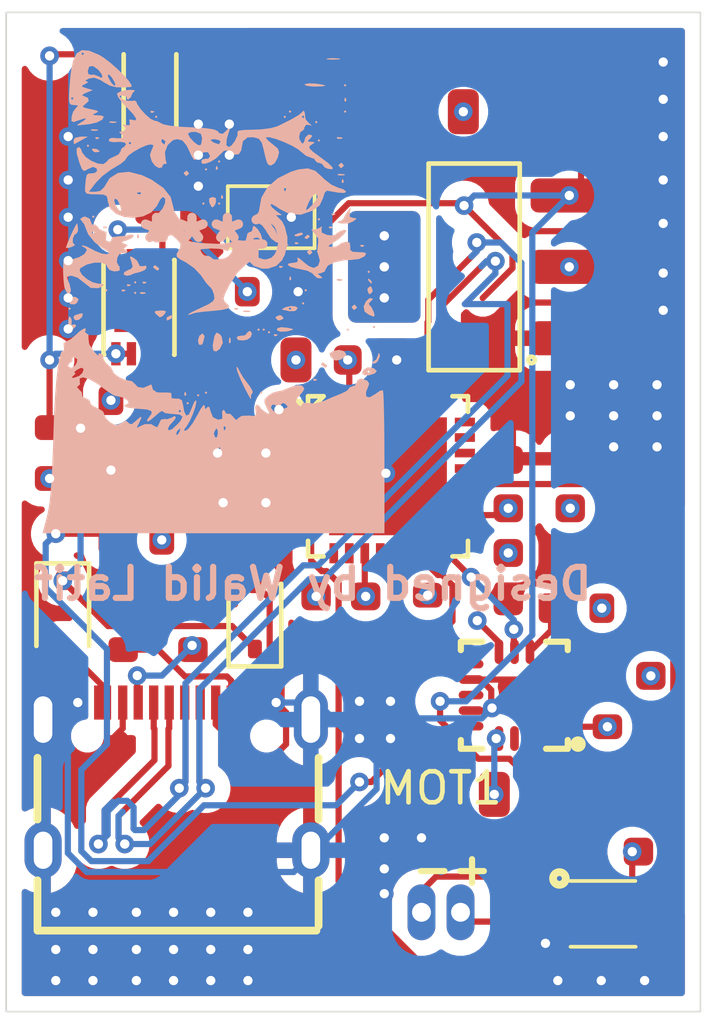
<source format=kicad_pcb>
(kicad_pcb (version 20241229) (generator "pcbnew") (generator_version "9.0")
  (layers (0 "F.Cu" signal) (4 "In1.Cu" power) (6 "In2.Cu" power) (2 "B.Cu" signal) (13 "F.Paste" user) (15 "B.Paste" user) (5 "F.SilkS" user "F.Silkscreen") (7 "B.SilkS" user "B.Silkscreen") (1 "F.Mask" user) (3 "B.Mask" user) (25 "Edge.Cuts" user))
  (net 0 "")
  (net 1 "GND")
  (net 2 "/3.7V LiPo")
  (net 3 "+3.3V")
  (net 4 "+5V")
  (net 5 "/VCC")
  (net 6 "Net-(D1-Pad2)")
  (net 7 "Net-(D2-Pad2)")
  (net 8 "Net-(D3-Pad1)")
  (net 9 "Net-(MOT1-+)")
  (net 10 "Net-(MOT1--)")
  (net 11 "Net-(USB1-CC1)")
  (net 12 "Net-(USB1-CC2)")
  (net 13 "Net-(U3-GPIO2)")
  (net 14 "Net-(U3-GPIO8)")
  (net 15 "Net-(U4-PROG)")
  (net 16 "Net-(U4-STAT)")
  (net 17 "Net-(U3-GPIO9)")
  (net 18 "/SCL")
  (net 19 "/SDA")
  (net 20 "/SDO")
  (net 32 "/D-")
  (net 36 "/IN2")
  (net 39 "/IN1")
  (net 45 "/D+")
  (footprint "easyeda2kicad:USB-C-SMD_TYPE-C-6PIN-2MD-073" (layer "F.Cu") (at 183.71 99.22)
    (property "Reference" "USB1" (hide yes))
    (property "Value" "TYPE-C 16PIN 2MD(073)" (hide yes))
  )
  (footprint "PCM_JLCPCB:R_0603" (layer "F.Cu") (at 182.4 87.1)
    (property "Reference" "R4" (hide yes))
    (property "Value" "33kΩ" (hide yes))
  )
  (footprint "easyeda2kicad:QFN-32_L5.0-W5.0-P0.50-TL-EP3.7" (layer "F.Cu") (at 190.52 89.55)
    (property "Reference" "U3" (hide yes))
    (property "Value" "ESP32-C3" (hide yes))
  )
  (footprint "PCM_JLCPCB:R_0603" (layer "F.Cu") (at 179.6 88.8 -90)
    (property "Reference" "R3" (hide yes))
    (property "Value" "18kΩ" (hide yes))
  )
  (footprint "PCM_JLCPCB:C_0603" (layer "F.Cu") (at 196.4 89.8 90)
    (property "Reference" "C4" (hide yes))
    (property "Value" "1uF" (hide yes))
  )
  (footprint "PCM_JLCPCB:C_0603" (layer "F.Cu") (at 194.4 92.8 -90)
    (property "Reference" "C10" (hide yes))
    (property "Value" "1uF" (hide yes))
  )
  (footprint "PCM_JLCPCB:SOT-223-3_L6.5-W3.4-P2.30-LS7.0-BR" (layer "F.Cu") (at 193.4 82.8)
    (property "Reference" "U1" (hide yes))
    (property "Value" "AMS1117" (hide yes))
  )
  (footprint "PCM_JLCPCB:R_0603" (layer "F.Cu") (at 182.4 89.35)
    (property "Reference" "R7" (hide yes))
    (property "Value" "10k" (hide yes))
  )
  (footprint "PCM_JLCPCB:C_0603" (layer "F.Cu") (at 185.8 90.4 180)
    (property "Reference" "C5" (hide yes))
    (property "Value" "1uF" (hide yes))
  )
  (footprint "PCM_JLCPCB:R_0603" (layer "F.Cu") (at 197.6 96.8 90)
    (property "Reference" "R_SCL1" (hide yes))
    (property "Value" "10k" (hide yes))
  )
  (footprint "PCM_JLCPCB:C_0805" (layer "F.Cu") (at 188 78.7)
    (property "Reference" "C15" (hide yes))
    (property "Value" "4.7uF" (hide yes))
  )
  (footprint "easyeda2kicad:LGA-16_L3.0-W3.0-P0.50-TL" (layer "F.Cu") (at 194.6 96.6 180)
    (property "Reference" "U2" (hide yes))
    (property "Value" "LIS3DHTR_C15134" (hide yes))
  )
  (footprint "PCM_JLCPCB:C_0805" (layer "F.Cu") (at 186.04 76.2)
    (property "Reference" "C14" (hide yes))
    (property "Value" "4.7uF" (hide yes))
  )
  (footprint "PCM_JLCPCB:R_0603" (layer "F.Cu") (at 181.975 94.315 -90)
    (property "Reference" "R2" (hide yes))
    (property "Value" "5.1k" (hide yes))
  )
  (footprint "PCM_JLCPCB:D_SOD-323" (layer "F.Cu") (at 186.225 94.065 90)
    (property "Reference" "D2" (hide yes))
    (property "Value" "1N5819WS" (hide yes))
  )
  (footprint "PCM_JLCPCB:C_0603" (layer "F.Cu") (at 185.8 88.8 180)
    (property "Reference" "C3" (hide yes))
    (property "Value" "100nF" (hide yes))
  )
  (footprint "PCM_JLCPCB:R_0603" (layer "F.Cu") (at 186.8 83.6)
    (property "Reference" "R9" (hide yes))
    (property "Value" "2k" (hide yes))
  )
  (footprint "PCM_JLCPCB:R_0603" (layer "F.Cu") (at 191.8 94.2 90)
    (property "Reference" "R11" (hide yes))
    (property "Value" "10k" (hide yes))
  )
  (footprint "PCM_JLCPCB:C_0603" (layer "F.Cu") (at 198.6 100.865 90)
    (property "Reference" "C17" (hide yes))
    (property "Value" "0.1uF" (hide yes))
  )
  (footprint "PCM_JLCPCB:C_0603" (layer "F.Cu") (at 188.2 94.2 -90)
    (property "Reference" "C6" (hide yes))
    (property "Value" "1uF" (hide yes))
  )
  (footprint "PCM_JLCPCB:R_0603" (layer "F.Cu") (at 182.4 91.6)
    (property "Reference" "R8" (hide yes))
    (property "Value" "10k" (hide yes))
  )
  (footprint "easyeda2kicad:TDFN-8_L3.0-W2.0-P0.50-BL-EP1.6" (layer "F.Cu") (at 182.49 84.1)
    (property "Reference" "U4" (hide yes))
    (property "Value" "MCP73831-2ACI/MC" (hide yes))
  )
  (footprint "PCM_JLCPCB:R_0603" (layer "F.Cu") (at 182.84 80.2 -90)
    (property "Reference" "R10" (hide yes))
    (property "Value" "470")
  )
  (footprint "PCM_JLCPCB:R_0603" (layer "F.Cu") (at 196.6 93.8 180)
    (property "Reference" "R_SDA1" (hide yes))
    (property "Value" "10k" (hide yes))
  )
  (footprint "PCM_JLCPCB:C_0603" (layer "F.Cu") (at 199 95.2 -90)
    (property "Reference" "C13" (hide yes))
    (property "Value" "100nF" (hide yes))
  )
  (footprint "PCM_JLCPCB:C_0603" (layer "F.Cu") (at 194.4 89.8 90)
    (property "Reference" "C7" (hide yes))
    (property "Value" "10nF" (hide yes))
  )
  (footprint "easyeda2kicad:WSON-8_L2.0-W2.0-P0.50-TL-EP" (layer "F.Cu") (at 197.45 103.65)
    (property "Reference" "U5" (hide yes))
    (property "Value" "DRV8837DSGR" (hide yes))
  )
  (footprint "PCM_JLCPCB:C_0805" (layer "F.Cu") (at 193 99.8)
    (property "Reference" "C12" (hide yes))
    (property "Value" "10uF" (hide yes))
  )
  (footprint "PCM_JLCPCB:C_0603" (layer "F.Cu") (at 190 85.8)
    (property "Reference" "C8" (hide yes))
    (property "Value" "100nF" (hide yes))
  )
  (footprint "easyeda2kicad:VIBRATING-MOTOR-SMD_WELDING" (layer "F.Cu") (at 192.23 103.6)
    (property "Reference" "MOT1")
    (property "Value" "LCM1027A2445F" (hide yes))
  )
  (footprint "Jumper:SolderJumper-2_P1.3mm_Bridged2Bar_Pad1.0x1.5mm" (layer "F.Cu") (at 186.75 81.2)
    (property "Reference" "BT1" (hide yes))
    (property "Value" "Battery" (hide yes))
  )
  (footprint "PCM_JLCPCB:C_0805" (layer "F.Cu") (at 195.8 78 180)
    (property "Reference" "C1" (hide yes))
    (property "Value" "10uF" (hide yes))
  )
  (footprint "PCM_JLCPCB:C_0603" (layer "F.Cu") (at 189.8 94.2 -90)
    (property "Reference" "C9" (hide yes))
    (property "Value" "100nF" (hide yes))
  )
  (footprint "PCM_JLCPCB:C_0805" (layer "F.Cu") (at 192 77.8 180)
    (property "Reference" "C2" (hide yes))
    (property "Value" "22uF" (hide yes))
  )
  (footprint "PCM_JLCPCB:R_0603" (layer "F.Cu") (at 184.225 94.315 -90)
    (property "Reference" "R1" (hide yes))
    (property "Value" "5.1k" (hide yes))
  )
  (footprint "PCM_JLCPCB:C_0603" (layer "F.Cu") (at 196.4 100.8 90)
    (property "Reference" "C16" (hide yes))
    (property "Value" "0.1uF" (hide yes))
  )
  (footprint "PCM_JLCPCB:D_SOD-323" (layer "F.Cu") (at 182.84 77 90)
    (property "Reference" "D3" (hide yes))
    (property "Value" "1N5819WS" (hide yes))
  )
  (footprint "PCM_JLCPCB:C_0805" (layer "F.Cu") (at 186.6 85.8 180)
    (property "Reference" "C11" (hide yes))
    (property "Value" "10uF" (hide yes))
  )
  (footprint "PCM_JLCPCB:D_SOD-323" (layer "F.Cu") (at 180.025 93.965 -90)
    (property "Reference" "D1" (hide yes))
    (property "Value" "1N5819WS" (hide yes))
  )
  (footprint "LOGO" (layer "B.Cu") (at 184.944164 82.029301 180)
    (property "Reference" "G***")
    (property "Value" "LOGO" (hide yes))
  )
  (gr_rect (start 178.2 74.6) (end 200.6 106.8) (stroke (width 0.05)) (fill no) (layer "Edge.Cuts"))
  (gr_text "Designed by Walid Latif" (at 197.2 93.6 -0) (layer "B.SilkS") (effects (font (size 1 1) (thickness 0.2) (bold yes)) (justify left bottom mirror)))
  (segment (start 181.081369 98.551) (end 181.96 97.672369) (width 0.2) (layer "F.Cu") (net 1))
  (segment (start 194.4 93.58) (end 194.98 93) (width 0.2) (layer "F.Cu") (net 1))
  (segment (start 196.431 95.169) (end 196 95.6) (width 0.2) (layer "F.Cu") (net 1))
  (segment (start 190.78 85.8) (end 190.8 85.8) (width 0.2) (layer "F.Cu") (net 1))
  (segment (start 196.5 104.4) (end 196.96 104.4) (width 0.2) (layer "F.Cu") (net 1))
  (segment (start 181.96 97.672369) (end 181.96 96.84) (width 0.2) (layer "F.Cu") (net 1))
  (segment (start 196.098352 93) (end 196.431 93.332648) (width 0.2) (layer "F.Cu") (net 1))
  (segment (start 180.558631 98.551) (end 181.081369 98.551) (width 0.2) (layer "F.Cu") (net 1))
  (segment (start 196 95.6) (end 195.512958 95.6) (width 0.2) (layer "F.Cu") (net 1))
  (segment (start 195.012958 96.1) (end 193.2 96.1) (width 0.2) (layer "F.Cu") (net 1))
  (segment (start 184.96 97.542) (end 185.969 98.551) (width 0.2) (layer "F.Cu") (net 1))
  (segment (start 184.96 96.84) (end 184.96 97.542) (width 0.2) (layer "F.Cu") (net 1))
  (segment (start 180.189 97.161) (end 180.189 98.181369) (width 0.2) (layer "F.Cu") (net 1))
  (segment (start 194.98 93) (end 196.098352 93) (width 0.2) (layer "F.Cu") (net 1))
  (segment (start 196.3 104.6) (end 196.5 104.4) (width 0.2) (layer "F.Cu") (net 1))
  (segment (start 196.431 93.332648) (end 196.431 95.169) (width 0.2) (layer "F.Cu") (net 1))
  (segment (start 182.74 82.6) (end 182.74 83.85) (width 0.2) (layer "F.Cu") (net 1))
  (segment (start 190.52 89.52) (end 190.451992 89.451992) (width 0.2) (layer "F.Cu") (net 1))
  (segment (start 187.231 97.161) (end 186.91 96.84) (width 0.2) (layer "F.Cu") (net 1))
  (segment (start 193.851 96.438042) (end 193.851 96.949) (width 0.2) (layer "F.Cu") (net 1))
  (segment (start 182.74 83.85) (end 182.49 84.1) (width 0.2) (layer "F.Cu") (net 1))
  (segment (start 193.7 97.1) (end 193.2 97.1) (width 0.2) (layer "F.Cu") (net 1))
  (segment (start 197.45 103.91) (end 197.45 103.65) (width 0.2) (layer "F.Cu") (net 1))
  (segment (start 187.231 98.181369) (end 187.231 97.161) (width 0.2) (layer "F.Cu") (net 1))
  (segment (start 190.52 89.55) (end 190.52 89.52) (width 0.2) (layer "F.Cu") (net 1))
  (segment (start 193.512958 96.1) (end 193.851 96.438042) (width 0.2) (layer "F.Cu") (net 1))
  (segment (start 180.189 98.181369) (end 180.558631 98.551) (width 0.2) (layer "F.Cu") (net 1))
  (segment (start 193.851 96.949) (end 193.7 97.1) (width 0.2) (layer "F.Cu") (net 1))
  (segment (start 185.02 90.4) (end 185.2 90.4) (width 0.2) (layer "F.Cu") (net 1))
  (segment (start 185.969 98.551) (end 186.861369 98.551) (width 0.2) (layer "F.Cu") (net 1))
  (segment (start 196.96 104.4) (end 197.45 103.91) (width 0.2) (layer "F.Cu") (net 1))
  (segment (start 186.861369 98.551) (end 187.231 98.181369) (width 0.2) (layer "F.Cu") (net 1))
  (segment (start 193.2 96.1) (end 193.512958 96.1) (width 0.2) (layer "F.Cu") (net 1))
  (segment (start 180.51 96.84) (end 180.189 97.161) (width 0.2) (layer "F.Cu") (net 1))
  (segment (start 195.6 104.6) (end 196.3 104.6) (width 0.2) (layer "F.Cu") (net 1))
  (segment (start 195.512958 95.6) (end 195.012958 96.1) (width 0.2) (layer "F.Cu") (net 1))
  (via (at 199.4 80) (size 0.6) (drill 0.3) (layers "F.Cu" "B.Cu") (net 1))
  (via (at 179.8 105.8) (size 0.6) (drill 0.3) (layers "F.Cu" "B.Cu") (net 1))
  (via (at 181 104.8) (size 0.6) (drill 0.3) (layers "F.Cu" "B.Cu") (net 1))
  (via (at 190.4 103) (size 0.6) (drill 0.3) (layers "F.Cu" "B.Cu") (net 1))
  (via (at 180.2 81.2) (size 0.6) (drill 0.3) (layers "F.Cu" "B.Cu") (net 1))
  (via (at 180.51 96.84) (size 0.6) (drill 0.3) (layers "F.Cu" "B.Cu") (net 1))
  (via (at 186.91 96.84) (size 0.6) (drill 0.3) (layers "F.Cu" "B.Cu") (net 1))
  (via (at 189.6 96.8) (size 0.6) (drill 0.3) (layers "F.Cu" "B.Cu") (net 1))
  (via (at 183.6 105.8) (size 0.6) (drill 0.3) (layers "F.Cu" "B.Cu") (net 1))
  (via (at 190.4 102.2) (size 0.6) (drill 0.3) (layers "F.Cu" "B.Cu") (net 1))
  (via (at 180.2 80) (size 0.6) (drill 0.3) (layers "F.Cu" "B.Cu") (net 1))
  (via (at 187.4 81.2) (size 0.6) (drill 0.3) (layers "F.Cu" "B.Cu") (net 1))
  (via (at 190.4 101.2) (size 0.6) (drill 0.3) (layers "F.Cu" "B.Cu") (net 1))
  (via (at 185.02 88.8) (size 0.6) (drill 0.3) (layers "F.Cu" "B.Cu") (net 1))
  (via (at 184.8 105.8) (size 0.6) (drill 0.3) (layers "F.Cu" "B.Cu") (net 1))
  (via (at 180.2 82.6) (size 0.6) (drill 0.3) (layers "F.Cu" "B.Cu") (net 1))
  (via (at 180.2 83.8) (size 0.6) (drill 0.3) (layers "F.Cu" "B.Cu") (net 1))
  (via (at 199.4 83) (size 0.6) (drill 0.3) (layers "F.Cu" "B.Cu") (net 1))
  (via (at 183.6 104.8) (size 0.6) (drill 0.3) (layers "F.Cu" "B.Cu") (net 1))
  (via (at 181 105.8) (size 0.6) (drill 0.3) (layers "F.Cu" "B.Cu") (net 1))
  (via (at 197.8 86.6) (size 0.6) (drill 0.3) (layers "F.Cu" "B.Cu") (net 1))
  (via (at 196.4 87.6) (size 0.6) (drill 0.3) (layers "F.Cu" "B.Cu") (net 1))
  (via (at 185.4 78.2) (size 0.6) (drill 0.3) (layers "F.Cu" "B.Cu") (net 1))
  (via (at 179.8 103.6) (size 0.6) (drill 0.3) (layers "F.Cu" "B.Cu") (net 1))
  (via (at 180.2 84.8) (size 0.6) (drill 0.3) (layers "F.Cu" "B.Cu") (net 1))
  (via (at 187.62 83.6) (size 0.6) (drill 0.3) (layers "F.Cu" "B.Cu") (net 1))
  (via (at 197.8 88.6) (size 0.6) (drill 0.3) (layers "F.Cu" "B.Cu") (net 1))
  (via (at 193.876262 97.018123) (size 0.6) (drill 0.3) (layers "F.Cu" "B.Cu") (net 1))
  (via (at 198.8 105.8) (size 0.6) (drill 0.3) (layers "F.Cu" "B.Cu") (net 1))
  (via (at 184.4 78.2) (size 0.6) (drill 0.3) (layers "F.Cu" "B.Cu") (net 1))
  (via (at 199.2 86.6) (size 0.6) (drill 0.3) (layers "F.Cu" "B.Cu") (net 1))
  (via (at 186 104.8) (size 0.6) (drill 0.3) (layers "F.Cu" "B.Cu") (net 1))
  (via (at 184.4 80.2) (size 0.6) (drill 0.3) (layers "F.Cu" "B.Cu") (net 1))
  (via (at 190.6 98) (size 0.6) (drill 0.3) (layers "F.Cu" "B.Cu") (net 1))
  (via (at 189.6 98) (size 0.6) (drill 0.3) (layers "F.Cu" "B.Cu") (net 1))
  (via (at 184.8 104.8) (size 0.6) (drill 0.3) (layers "F.Cu" "B.Cu") (net 1))
  (via (at 191.6 101.2) (size 0.6) (drill 0.3) (layers "F.Cu" "B.Cu") (net 1))
  (via (at 180.2 78.6) (size 0.6) (drill 0.3) (layers "F.Cu" "B.Cu") (net 1))
  (via (at 183.6 103.6) (size 0.6) (drill 0.3) (layers "F.Cu" "B.Cu") (net 1))
  (via (at 199.4 77.4) (size 0.6) (drill 0.3) (layers "F.Cu" "B.Cu") (net 1))
  (via (at 186 103.6) (size 0.6) (drill 0.3) (layers "F.Cu" "B.Cu") (net 1))
  (via (at 199.2 88.6) (size 0.6) (drill 0.3) (layers "F.Cu" "B.Cu") (net 1))
  (via (at 182.4 105.8) (size 0.6) (drill 0.3) (layers "F.Cu" "B.Cu") (net 1))
  (via (at 182.4 103.6) (size 0.6) (drill 0.3) (layers "F.Cu" "B.Cu") (net 1))
  (via (at 196 105.8) (size 0.6) (drill 0.3) (layers "F.Cu" "B.Cu") (net 1))
  (via (at 196.4 86.6) (size 0.6) (drill 0.3) (layers "F.Cu" "B.Cu") (net 1))
  (via (at 184.8 103.6) (size 0.6) (drill 0.3) (layers "F.Cu" "B.Cu") (net 1))
  (via (at 190.451992 89.451992) (size 0.6) (drill 0.3) (layers "F.Cu" "B.Cu") (net 1))
  (via (at 197.8 87.6) (size 0.6) (drill 0.3) (layers "F.Cu" "B.Cu") (net 1))
  (via (at 199.2 87.6) (size 0.6) (drill 0.3) (layers "F.Cu" "B.Cu") (net 1))
  (via (at 195.6 104.6) (size 0.6) (drill 0.3) (layers "F.Cu" "B.Cu") (net 1))
  (via (at 184.4 79.2) (size 0.6) (drill 0.3) (layers "F.Cu" "B.Cu") (net 1))
  (via (at 197.4 105.8) (size 0.6) (drill 0.3) (layers "F.Cu" "B.Cu") (net 1))
  (via (at 179.39 97.39) (size 0.6) (drill 0.3) (layers "F.Cu" "B.Cu") (net 1))
  (via (at 186 105.8) (size 0.6) (drill 0.3) (layers "F.Cu" "B.Cu") (net 1))
  (via (at 199.4 78.6) (size 0.6) (drill 0.3) (layers "F.Cu" "B.Cu") (net 1))
  (via (at 199.4 84.2) (size 0.6) (drill 0.3) (layers "F.Cu" "B.Cu") (net 1))
  (via (at 182.4 104.8) (size 0.6) (drill 0.3) (layers "F.Cu" "B.Cu") (net 1))
  (via (at 181 103.6) (size 0.6) (drill 0.3) (layers "F.Cu" "B.Cu") (net 1))
  (via (at 199.4 81.4) (size 0.6) (drill 0.3) (layers "F.Cu" "B.Cu") (net 1))
  (via (at 179.8 104.8) (size 0.6) (drill 0.3) (layers "F.Cu" "B.Cu") (net 1))
  (via (at 190.8 85.8) (size 0.6) (drill 0.3) (layers "F.Cu" "B.Cu") (net 1))
  (via (at 190.6 96.8) (size 0.6) (drill 0.3) (layers "F.Cu" "B.Cu") (net 1))
  (via (at 185.4 79.2) (size 0.6) (drill 0.3) (layers "F.Cu" "B.Cu") (net 1))
  (via (at 199.4 76.2) (size 0.6) (drill 0.3) (layers "F.Cu" "B.Cu") (net 1))
  (via (at 185.2 90.4) (size 0.6) (drill 0.3) (layers "F.Cu" "B.Cu") (net 1))
  (segment (start 196 105.8) (end 196 105) (width 0.2) (layer "B.Cu") (net 1))
  (segment (start 180.189 97.161) (end 180.189 101.68962) (width 0.2) (layer "B.Cu") (net 1))
  (segment (start 190.151 98.761) (end 188.23 96.84) (width 0.2) (layer "B.Cu") (net 1))
  (segment (start 193.543385 97.351) (end 193.876262 97.018123) (width 0.2) (layer "B.Cu") (net 1))
  (segment (start 185.2 90.4) (end 185.2 88.98) (width 0.2) (layer "B.Cu") (net 1))
  (segment (start 190.8 85.8) (end 191 86) (width 0.2) (layer "B.Cu") (net 1))
  (segment (start 188.23 96.84) (end 186.91 96.84) (width 0.2) (layer "B.Cu") (net 1))
  (segment (start 191.151 97.351) (end 193.543385 97.351) (width 0.2) (layer "B.Cu") (net 1))
  (segment (start 180.189 101.68962) (end 180.80138 102.302) (width 0.2) (layer "B.Cu") (net 1))
  (segment (start 180.80138 102.302) (end 187.477232 102.302) (width 0.2) (layer "B.Cu") (net 1))
  (segment (start 187.4 81.2) (end 187.4 83.38) (width 0.2) (layer "B.Cu") (net 1))
  (segment (start 180.51 96.84) (end 180.189 97.161) (width 0.2) (layer "B.Cu") (net 1))
  (segment (start 190.151 99.628232) (end 190.151 98.761) (width 0.2) (layer "B.Cu") (net 1))
  (segment (start 190.6 96.8) (end 191.151 97.351) (width 0.2) (layer "B.Cu") (net 1))
  (segment (start 196 105) (end 195.6 104.6) (width 0.2) (layer "B.Cu") (net 1))
  (segment (start 185.2 88.98) (end 185.02 88.8) (width 0.2) (layer "B.Cu") (net 1))
  (segment (start 187.477232 102.302) (end 190.151 99.628232) (width 0.2) (layer "B.Cu") (net 1))
  (segment (start 187.4 83.38) (end 187.62 83.6) (width 0.2) (layer "B.Cu") (net 1))
  (segment (start 195.6 100.58) (end 195.6 99.812958) (width 0.2) (layer "F.Cu") (net 2))
  (segment (start 186.199 82.201) (end 183.541 84.859) (width 0.2) (layer "F.Cu") (net 2))
  (segment (start 193.438042 98.651) (end 192.2 97.412958) (width 0.2) (layer "F.Cu") (net 2))
  (segment (start 183.24 85.6) (end 182.74 85.6) (width 0.2) (layer "F.Cu") (net 2))
  (segment (start 195.6 99.812958) (end 194.438042 98.651) (width 0.2) (layer "F.Cu") (net 2))
  (segment (start 196.5 102.9) (end 196.5 101.68) (width 0.2) (layer "F.Cu") (net 2))
  (segment (start 192.2 97.412958) (end 192.2 96.8) (width 0.2) (layer "F.Cu") (net 2))
  (segment (start 196.37 80.5) (end 196.37 80.43) (width 0.2) (layer "F.Cu") (net 2))
  (segment (start 186.1 81.2) (end 186.1 82.102) (width 0.2) (layer "F.Cu") (net 2))
  (segment (start 192.97428 80.82572) (end 192.89756 80.749) (width 0.2) (layer "F.Cu") (net 2))
  (segment (start 186.1 79.65) (end 186.1 81.2) (width 0.2) (layer "F.Cu") (net 2))
  (segment (start 193.576 83.804274) (end 194.536185 82.844089) (width 0.2) (layer "F.Cu") (net 2))
  (segment (start 183.541 84.859) (end 183.541 85.299) (width 0.2) (layer "F.Cu") (net 2))
  (segment (start 196.37 80.43) (end 196.75 80.05) (width 0.2) (layer "F.Cu") (net 2))
  (segment (start 196.6 101.58) (end 195.6 100.58) (width 0.2) (layer "F.Cu") (net 2))
  (segment (start 189.251 80.749) (end 188.151 81.849) (width 0.2) (layer "F.Cu") (net 2))
  (segment (start 187.05 78.7) (end 186.1 79.65) (width 0.2) (layer "F.Cu") (net 2))
  (segment (start 192.89756 80.749) (end 189.251 80.749) (width 0.2) (layer "F.Cu") (net 2))
  (segment (start 196.75 80.05) (end 196.75 78) (width 0.2) (layer "F.Cu") (net 2))
  (segment (start 194.536185 82.387625) (end 192.97428 80.82572) (width 0.2) (layer "F.Cu") (net 2))
  (segment (start 183.541 85.299) (end 183.24 85.6) (width 0.2) (layer "F.Cu") (net 2))
  (segment (start 194.438042 98.651) (end 193.438042 98.651) (width 0.2) (layer "F.Cu") (net 2))
  (segment (start 186.1 82.102) (end 186.199 82.201) (width 0.2) (layer "F.Cu") (net 2))
  (segment (start 196.5 101.68) (end 196.6 101.58) (width 0.2) (layer "F.Cu") (net 2))
  (segment (start 194.536185 82.844089) (end 194.536185 82.387625) (width 0.2) (layer "F.Cu") (net 2))
  (segment (start 188.151 81.849) (end 188.151 82.201) (width 0.2) (layer "F.Cu") (net 2))
  (segment (start 188.151 82.201) (end 186.199 82.201) (width 0.2) (layer "F.Cu") (net 2))
  (via (at 192.2 96.8) (size 0.6) (drill 0.3) (layers "F.Cu" "B.Cu") (net 2))
  (via (at 192.97428 80.82572) (size 0.6) (drill 0.3) (layers "F.Cu" "B.Cu") (net 2))
  (via (at 196.37 80.5) (size 0.6) (drill 0.3) (layers "F.Cu" "B.Cu") (net 2))
  (segment (start 193.03839 96.8) (end 195.176 94.66239) (width 0.2) (layer "B.Cu") (net 2))
  (segment (start 192.2 96.8) (end 193.03839 96.8) (width 0.2) (layer "B.Cu") (net 2))
  (segment (start 196.37 80.5) (end 193.3 80.5) (width 0.2) (layer "B.Cu") (net 2))
  (segment (start 195.176 94.66239) (end 195.176 81.694) (width 0.2) (layer "B.Cu") (net 2))
  (segment (start 195.176 81.694) (end 196.37 80.5) (width 0.2) (layer "B.Cu") (net 2))
  (segment (start 193.3 80.5) (end 192.97428 80.82572) (width 0.2) (layer "B.Cu") (net 2))
  (segment (start 188.04 88.3) (end 187.515 88.3) (width 0.2) (layer "F.Cu") (net 3))
  (segment (start 187 87.785) (end 187 87.4) (width 0.2) (layer "F.Cu") (net 3))
  (segment (start 193 91.3) (end 193 90.8) (width 0.2) (layer "F.Cu") (net 3))
  (segment (start 197.6 97.62) (end 196.02 97.62) (width 0.2) (layer "F.Cu") (net 3))
  (segment (start 194.1 95.2) (end 194.1 94.9) (width 0.2) (layer "F.Cu") (net 3))
  (segment (start 189.77 93.39) (end 189.8 93.42) (width 0.2) (layer "F.Cu") (net 3))
  (segment (start 187.515 88.3) (end 187 87.785) (width 0.2) (layer "F.Cu") (net 3))
  (segment (start 196.02 97.62) (end 196 97.6) (width 0.2) (layer "F.Cu") (net 3))
  (segment (start 194.18 90.8) (end 194.4 90.58) (width 0.2) (layer "F.Cu") (net 3))
  (segment (start 189.27 87.07) (end 189.27 85.85) (width 0.2) (layer "F.Cu") (net 3))
  (segment (start 188.04 88.8) (end 188.04 88.3) (width 0.2) (layer "F.Cu") (net 3))
  (segment (start 188.77 87.07) (end 189.27 87.07) (width 0.2) (layer "F.Cu") (net 3))
  (segment (start 189.77 92.03) (end 189.77 93.39) (width 0.2) (layer "F.Cu") (net 3))
  (segment (start 198.4 101.645) (end 198.4 102.9) (width 0.2) (layer "F.Cu") (net 3))
  (segment (start 189.27 85.85) (end 189.22 85.8) (width 0.2) (layer "F.Cu") (net 3))
  (segment (start 194.1 94.9) (end 193.4 94.2) (width 0.2) (layer "F.Cu") (net 3))
  (segment (start 193 90.8) (end 194.18 90.8) (width 0.2) (layer "F.Cu") (net 3))
  (via (at 190.4 82.8) (size 0.6) (drill 0.3) (layers "F.Cu" "B.Cu") (net 3))
  (via (at 191.8 93.38) (size 0.6) (drill 0.3) (layers "F.Cu" "B.Cu") (net 3))
  (via (at 186.58 90.4) (size 0.6) (drill 0.3) (layers "F.Cu" "B.Cu") (net 3))
  (via (at 189.22 85.8) (size 0.6) (drill 0.3) (layers "F.Cu" "B.Cu") (net 3))
  (via (at 193.95 99.8) (size 0.6) (drill 0.3) (layers "F.Cu" "B.Cu") (net 3))
  (via (at 193.4 94.2) (size 0.6) (drill 0.3) (layers "F.Cu" "B.Cu") (net 3))
  (via (at 194.4 90.58) (size 0.6) (drill 0.3) (layers "F.Cu" "B.Cu") (net 3))
  (via (at 197.6 97.62) (size 0.6) (drill 0.3) (layers "F.Cu" "B.Cu") (net 3))
  (via (at 179.6 89.62) (size 0.6) (drill 0.3) (layers "F.Cu" "B.Cu") (net 3))
  (via (at 187.55 85.8) (size 0.6) (drill 0.3) (layers "F.Cu" "B.Cu") (net 3))
  (via (at 199 95.98) (size 0.6) (drill 0.3) (layers "F.Cu" "B.Cu") (net 3))
  (via (at 196.4 90.58) (size 0.6) (drill 0.3) (layers "F.Cu" "B.Cu") (net 3))
  (via (at 190.4 83.8) (size 0.6) (drill 0.3) (layers "F.Cu" "B.Cu") (net 3))
  (via (at 181.58 87.1) (size 0.6) (drill 0.3) (layers "F.Cu" "B.Cu") (net 3))
  (via (at 186.58 88.8) (size 0.6) (drill 0.3) (layers "F.Cu" "B.Cu") (net 3))
  (via (at 196.37 82.8) (size 0.6) (drill 0.3) (layers "F.Cu" "B.Cu") (net 3))
  (via (at 194.4 92.02) (size 0.6) (drill 0.3) (layers "F.Cu" "B.Cu") (net 3))
  (via (at 189.8 93.42) (size 0.6) (drill 0.3) (layers "F.Cu" "B.Cu") (net 3))
  (via (at 197.42 93.8) (size 0.6) (drill 0.3) (layers "F.Cu" "B.Cu") (net 3))
  (via (at 181.58 89.35) (size 0.6) (drill 0.3) (layers "F.Cu" "B.Cu") (net 3))
  (via (at 188.2 93.42) (size 0.6) (drill 0.3) (layers "F.Cu" "B.Cu") (net 3))
  (via (at 190.4 81.8) (size 0.6) (drill 0.3) (layers "F.Cu" "B.Cu") (net 3))
  (via (at 183.22 91.6) (size 0.6) (drill 0.3) (layers "F.Cu" "B.Cu") (net 3))
  (via (at 190.4 82.8) (size 0.6) (drill 0.3) (layers "F.Cu" "B.Cu") (net 3))
  (via (at 194.01 98) (size 0.6) (drill 0.3) (layers "F.Cu" "B.Cu") (net 3))
  (via (at 187 87.4) (size 0.6) (drill 0.3) (layers "F.Cu" "B.Cu") (net 3))
  (via (at 192.95 77.8) (size 0.6) (drill 0.3) (layers "F.Cu" "B.Cu") (net 3))
  (via (at 198.4 101.645) (size 0.6) (drill 0.3) (layers "F.Cu" "B.Cu") (net 3))
  (segment (start 193.95 98.06) (end 194.01 98) (width 0.2) (layer "B.Cu") (net 3))
  (segment (start 193.95 99.8) (end 193.95 98.06) (width 0.2) (layer "B.Cu") (net 3))
  (segment (start 182.84 75.95) (end 184.84 75.95) (width 0.2) (layer "F.Cu") (net 4))
  (segment (start 182.84 75.95) (end 179.65 75.95) (width 0.2) (layer "F.Cu") (net 4))
  (segment (start 179.6 87.98) (end 180.58 87.98) (width 0.2) (layer "F.Cu") (net 4))
  (segment (start 185.486648 94.376648) (end 181.486648 94.376648) (width 0.2) (layer "F.Cu") (net 4))
  (segment (start 179.6 87.98) (end 179.6 85.8) (width 0.2) (layer "F.Cu") (net 4))
  (segment (start 186.225 95.115) (end 185.486648 94.376648) (width 0.2) (layer "F.Cu") (net 4))
  (segment (start 179.65 75.95) (end 179.6 76) (width 0.2) (layer "F.Cu") (net 4))
  (segment (start 181.486648 94.376648) (end 180.025 92.915) (width 0.2) (layer "F.Cu") (net 4))
  (segment (start 184.84 75.95) (end 185.09 76.2) (width 0.2) (layer "F.Cu") (net 4))
  (segment (start 180.58 87.98) (end 180.6 88) (width 0.2) (layer "F.Cu") (net 4))
  (segment (start 181.74 85.6) (end 182.24 85.6) (width 0.2) (layer "F.Cu") (net 4))
  (via (at 179.6 76) (size 0.6) (drill 0.3) (layers "F.Cu" "B.Cu") (net 4))
  (via (at 180.025 92.915) (size 0.6) (drill 0.3) (layers "F.Cu" "B.Cu") (net 4))
  (via (at 179.6 85.8) (size 0.6) (drill 0.3) (layers "F.Cu" "B.Cu") (net 4))
  (via (at 181.74 85.6) (size 0.6) (drill 0.3) (layers "F.Cu" "B.Cu") (net 4))
  (via (at 180.6 88) (size 0.6) (drill 0.3) (layers "F.Cu" "B.Cu") (net 4))
  (via (at 179.6 76) (size 0.6) (drill 0.3) (layers "F.Cu" "B.Cu") (net 4))
  (segment (start 180.6 92.34) (end 180.025 92.915) (width 0.2) (layer "B.Cu") (net 4))
  (segment (start 179.8 85.6) (end 181.74 85.6) (width 0.2) (layer "B.Cu") (net 4))
  (segment (start 179.6 85.8) (end 179.8 85.6) (width 0.2) (layer "B.Cu") (net 4))
  (segment (start 179.6 76) (end 179.6 85.8) (width 0.2) (layer "B.Cu") (net 4))
  (segment (start 180.6 88) (end 180.6 92.34) (width 0.2) (layer "B.Cu") (net 4))
  (segment (start 181.31 96.3) (end 181.31 96.84) (width 0.2) (layer "F.Cu") (net 6))
  (segment (start 180.025 95.015) (end 181.31 96.3) (width 0.2) (layer "F.Cu") (net 6))
  (segment (start 186.225 93.015) (end 186.701 93.491) (width 0.2) (layer "F.Cu") (net 7))
  (segment (start 186.701 95.499) (end 186.11 96.09) (width 0.2) (layer "F.Cu") (net 7))
  (segment (start 186.11 96.09) (end 186.11 96.84) (width 0.2) (layer "F.Cu") (net 7))
  (segment (start 186.701 93.491) (end 186.701 95.499) (width 0.2) (layer "F.Cu") (net 7))
  (segment (start 182.84 78.05) (end 182.84 79.38) (width 0.2) (layer "F.Cu") (net 8))
  (segment (start 192.93 103.9) (end 196.5 103.9) (width 0.2) (layer "F.Cu") (net 9))
  (segment (start 192.63 103.6) (end 192.93 103.9) (width 0.2) (layer "F.Cu") (net 9))
  (segment (start 194.914 102.449) (end 195.865 103.4) (width 0.2) (layer "F.Cu") (net 10))
  (segment (start 192.071 102.449) (end 194.914 102.449) (width 0.2) (layer "F.Cu") (net 10))
  (segment (start 191.37 103.6) (end 191.37 103.15) (width 0.2) (layer "F.Cu") (net 10))
  (segment (start 195.865 103.4) (end 196.5 103.4) (width 0.2) (layer "F.Cu") (net 10))
  (segment (start 191.37 103.15) (end 192.071 102.449) (width 0.2) (layer "F.Cu") (net 10))
  (segment (start 184.225 95.135) (end 184.225 95.025) (width 0.2) (layer "F.Cu") (net 11))
  (segment (start 184.225 95.025) (end 184.2 95) (width 0.2) (layer "F.Cu") (net 11))
  (segment (start 182.428199 96.808199) (end 182.46 96.84) (width 0.2) (layer "F.Cu") (net 11))
  (segment (start 182.428199 95.971801) (end 182.428199 96.808199) (width 0.2) (layer "F.Cu") (net 11))
  (via (at 182.428199 95.971801) (size 0.6) (drill 0.3) (layers "F.Cu" "B.Cu") (net 11))
  (via (at 184.2 95) (size 0.6) (drill 0.3) (layers "F.Cu" "B.Cu") (net 11))
  (segment (start 183.228199 95.971801) (end 182.428199 95.971801) (width 0.2) (layer "B.Cu") (net 11))
  (segment (start 184.2 95) (end 183.228199 95.971801) (width 0.2) (layer "B.Cu") (net 11))
  (segment (start 183.971648 96) (end 185.322 96) (width 0.2) (layer "F.Cu") (net 12))
  (segment (start 185.46 96.138) (end 185.46 96.84) (width 0.2) (layer "F.Cu") (net 12))
  (segment (start 185.322 96) (end 185.46 96.138) (width 0.2) (layer "F.Cu") (net 12))
  (segment (start 181.975 95.135) (end 183.106648 95.135) (width 0.2) (layer "F.Cu") (net 12))
  (segment (start 183.106648 95.135) (end 183.971648 96) (width 0.2) (layer "F.Cu") (net 12))
  (segment (start 183.396 89.526) (end 187.126 89.526) (width 0.2) (layer "F.Cu") (net 13))
  (segment (start 187.464 90.249) (end 187.515 90.3) (width 0.2) (layer "F.Cu") (net 13))
  (segment (start 187.464 89.864) (end 187.464 90.249) (width 0.2) (layer "F.Cu") (net 13))
  (segment (start 187.126 89.526) (end 187.464 89.864) (width 0.2) (layer "F.Cu") (net 13))
  (segment (start 183.22 89.35) (end 183.396 89.526) (width 0.2) (layer "F.Cu") (net 13))
  (segment (start 187.515 90.3) (end 188.04 90.3) (width 0.2) (layer "F.Cu") (net 13))
  (segment (start 191.27 92.555) (end 190.828232 92.996768) (width 0.2) (layer "F.Cu") (net 14))
  (segment (start 190.828232 96.249) (end 191.151 96.571768) (width 0.2) (layer "F.Cu") (net 14))
  (segment (start 179.8 91.4) (end 181.38 91.4) (width 0.2) (layer "F.Cu") (net 14))
  (segment (start 191.151 96.571768) (end 191.151 98.228232) (width 0.2) (layer "F.Cu") (net 14))
  (segment (start 189.979232 99.4) (end 189.6 99.4) (width 0.2) (layer "F.Cu") (net 14))
  (segment (start 191.27 92.03) (end 191.27 92.555) (width 0.2) (layer "F.Cu") (net 14))
  (segment (start 191.151 98.228232) (end 189.979232 99.4) (width 0.2) (layer "F.Cu") (net 14))
  (segment (start 190.828232 92.996768) (end 190.828232 96.249) (width 0.2) (layer "F.Cu") (net 14))
  (segment (start 181.38 91.4) (end 181.58 91.6) (width 0.2) (layer "F.Cu") (net 14))
  (via (at 189.6 99.4) (size 0.6) (drill 0.3) (layers "F.Cu" "B.Cu") (net 14))
  (via (at 179.8 91.4) (size 0.6) (drill 0.3) (layers "F.Cu" "B.Cu") (net 14))
  (segment (start 180.946768 101.951) (end 180.624 101.628232) (width 0.2) (layer "B.Cu") (net 14))
  (segment (start 189.6 99.4) (end 188.849 100.151) (width 0.2) (layer "B.Cu") (net 14))
  (segment (start 180.624 101.628232) (end 180.624 99.008369) (width 0.2) (layer "B.Cu") (net 14))
  (segment (start 179.474 91.726) (end 179.8 91.4) (width 0.2) (layer "B.Cu") (net 14))
  (segment (start 180.624 99.008369) (end 181.451 98.181369) (width 0.2) (layer "B.Cu") (net 14))
  (segment (start 182.780388 101.951) (end 180.946768 101.951) (width 0.2) (layer "B.Cu") (net 14))
  (segment (start 181.451 95.120232) (end 179.474 93.143232) (width 0.2) (layer "B.Cu") (net 14))
  (segment (start 179.474 93.143232) (end 179.474 91.726) (width 0.2) (layer "B.Cu") (net 14))
  (segment (start 184.580388 100.151) (end 182.780388 101.951) (width 0.2) (layer "B.Cu") (net 14))
  (segment (start 181.451 98.181369) (end 181.451 95.120232) (width 0.2) (layer "B.Cu") (net 14))
  (segment (start 188.849 100.151) (end 184.580388 100.151) (width 0.2) (layer "B.Cu") (net 14))
  (segment (start 181.74 82.6) (end 181.74 81.66) (width 0.2) (layer "F.Cu") (net 15))
  (segment (start 181.74 81.66) (end 181.8 81.6) (width 0.2) (layer "F.Cu") (net 15))
  (via (at 185.98 83.6) (size 0.6) (drill 0.3) (layers "F.Cu" "B.Cu") (net 15))
  (via (at 181.8 81.6) (size 0.6) (drill 0.3) (layers "F.Cu" "B.Cu") (net 15))
  (segment (start 181.8 81.6) (end 183.98 81.6) (width 0.2) (layer "B.Cu") (net 15))
  (segment (start 183.98 81.6) (end 185.98 83.6) (width 0.2) (layer "B.Cu") (net 15))
  (segment (start 183.24 82.6) (end 183.24 81.42) (width 0.2) (layer "F.Cu") (net 16))
  (segment (start 183.24 81.42) (end 182.84 81.02) (width 0.2) (layer "F.Cu") (net 16))
  (segment (start 192.129 92.729) (end 192.267352 92.729) (width 0.2) (layer "F.Cu") (net 17))
  (segment (start 191.77 92.03) (end 191.77 92.37) (width 0.2) (layer "F.Cu") (net 17))
  (segment (start 192.6 94.22) (end 191.8 95.02) (width 0.2) (layer "F.Cu") (net 17))
  (segment (start 191.77 92.37) (end 192.129 92.729) (width 0.2) (layer "F.Cu") (net 17))
  (segment (start 192.267352 92.729) (end 192.6 93.061648) (width 0.2) (layer "F.Cu") (net 17))
  (segment (start 192.6 93.061648) (end 192.6 94.22) (width 0.2) (layer "F.Cu") (net 17))
  (segment (start 197.48 96.1) (end 197.6 95.98) (width 0.2) (layer "F.Cu") (net 18))
  (segment (start 196 96.1) (end 197.48 96.1) (width 0.2) (layer "F.Cu") (net 18))
  (segment (start 195.1 95.2) (end 195.78 94.52) (width 0.2) (layer "F.Cu") (net 19))
  (segment (start 195.78 94.52) (end 195.78 93.8) (width 0.2) (layer "F.Cu") (net 19))
  (segment (start 194.579158 94.48) (end 194.579158 95.179158) (width 0.2) (layer "F.Cu") (net 20))
  (segment (start 192.43 92.03) (end 193.2 92.8) (width 0.2) (layer "F.Cu") (net 20))
  (segment (start 192.27 92.03) (end 192.43 92.03) (width 0.2) (layer "F.Cu") (net 20))
  (segment (start 194.579158 95.179158) (end 194.6 95.2) (width 0.2) (layer "F.Cu") (net 20))
  (via (at 193.2 92.8) (size 0.6) (drill 0.3) (layers "F.Cu" "B.Cu") (net 20))
  (via (at 194.579158 94.48) (size 0.6) (drill 0.3) (layers "F.Cu" "B.Cu") (net 20))
  (segment (start 193.2 92.8) (end 194.579158 94.179158) (width 0.2) (layer "B.Cu") (net 20))
  (segment (start 194.579158 94.179158) (end 194.579158 94.48) (width 0.2) (layer "B.Cu") (net 20))
  (segment (start 182.985 98.696802) (end 181.374999 100.306803) (width 0.2) (layer "F.Cu") (net 32))
  (segment (start 192.27 87.07) (end 192.27 86.582499) (width 0.2) (layer "F.Cu") (net 32))
  (segment (start 192.245 84.776816) (end 192.27098 84.750836) (width 0.2) (layer "F.Cu") (net 32))
  (segment (start 182.985 97.690001) (end 182.985 98.696802) (width 0.2) (layer "F.Cu") (net 32))
  (segment (start 192.245 86.557499) (end 192.245 84.776816) (width 0.2) (layer "F.Cu") (net 32))
  (segment (start 182.96 96.84) (end 182.96 97.665001) (width 0.2) (layer "F.Cu") (net 32))
  (segment (start 183.96 96.84) (end 183.984999 96.864999) (width 0.2) (layer "F.Cu") (net 32))
  (segment (start 181.374999 101.200001) (end 181.175 101.4) (width 0.2) (layer "F.Cu") (net 32))
  (segment (start 192.27 86.582499) (end 192.245 86.557499) (width 0.2) (layer "F.Cu") (net 32))
  (segment (start 183.984999 96.864999) (end 183.984999 99.400001) (width 0.2) (layer "F.Cu") (net 32))
  (segment (start 192.27098 84.047218) (end 193.702342 82.615857) (width 0.2) (layer "F.Cu") (net 32))
  (segment (start 181.374999 100.306803) (end 181.374999 101.200001) (width 0.2) (layer "F.Cu") (net 32))
  (segment (start 182.96 97.665001) (end 182.985 97.690001) (width 0.2) (layer "F.Cu") (net 32))
  (segment (start 192.27098 84.750836) (end 192.27098 84.047218) (width 0.2) (layer "F.Cu") (net 32))
  (segment (start 193.702342 82.615857) (end 193.985185 82.615857) (width 0.2) (layer "F.Cu") (net 32))
  (segment (start 183.984999 99.400001) (end 183.785 99.6) (width 0.2) (layer "F.Cu") (net 32))
  (via (at 181.175 101.4) (size 0.6) (drill 0.3) (layers "F.Cu" "B.Cu") (net 32))
  (via (at 181.175 101.4) (size 0.6) (drill 0.3) (layers "F.Cu" "B.Cu") (net 32))
  (via (at 183.785 99.6) (size 0.6) (drill 0.3) (layers "F.Cu" "B.Cu") (net 32))
  (via (at 193.985185 82.615857) (size 0.6) (drill 0.3) (layers "F.Cu" "B.Cu") (net 32))
  (segment (start 181.374999 100.306803) (end 181.374999 101.200001) (width 0.2) (layer "B.Cu") (net 32))
  (segment (start 181.474001 100.347809) (end 181.813711 100.008099) (width 0.2) (layer "B.Cu") (net 32))
  (segment (start 193.985185 82.615857) (end 193.985185 83.014815) (width 0.2) (layer "B.Cu") (net 32))
  (segment (start 193.702342 82.615857) (end 193.53001 82.788188) (width 0.2) (layer "B.Cu") (net 32))
  (segment (start 188.262782 92.41902) (end 187.78538 92.41902) (width 0.2) (layer "B.Cu") (net 32))
  (segment (start 193 84) (end 194.375 84) (width 0.2) (layer "B.Cu") (net 32))
  (segment (start 193.985185 82.615857) (end 193.702342 82.615857) (width 0.2) (layer "B.Cu") (net 32))
  (segment (start 194.375 84) (end 194.375 86.306802) (width 0.2) (layer "B.Cu") (net 32))
  (segment (start 181.374999 101.200001) (end 181.175 101.4) (width 0.2) (layer "B.Cu") (net 32))
  (segment (start 183.984999 96.219401) (end 183.984999 99.400001) (width 0.2) (layer "B.Cu") (net 32))
  (segment (start 187.78538 92.41902) (end 183.984999 96.219401) (width 0.2) (layer "B.Cu") (net 32))
  (segment (start 193.985185 83.014815) (end 193 84) (width 0.2) (layer "B.Cu") (net 32))
  (segment (start 194.375 86.306802) (end 188.262782 92.41902) (width 0.2) (layer "B.Cu") (net 32))
  (segment (start 182.104487 100.008099) (end 182.310099 100.213711) (width 0.2) (layer "B.Cu") (net 32))
  (segment (start 181.175 101.4) (end 181.474001 101.100999) (width 0.2) (layer "B.Cu") (net 32))
  (segment (start 182.354232 100.95) (end 182.648603 100.95) (width 0.2) (layer "B.Cu") (net 32))
  (segment (start 183.785 99.813603) (end 183.785 99.6) (width 0.2) (layer "B.Cu") (net 32))
  (segment (start 181.813711 100.008099) (end 182.104487 100.008099) (width 0.2) (layer "B.Cu") (net 32))
  (segment (start 182.310099 100.213711) (end 182.310099 100.905867) (width 0.2) (layer "B.Cu") (net 32))
  (segment (start 182.310099 100.905867) (end 182.354232 100.95) (width 0.2) (layer "B.Cu") (net 32))
  (segment (start 182.648603 100.95) (end 183.785 99.813603) (width 0.2) (layer "B.Cu") (net 32))
  (segment (start 181.474001 101.100999) (end 181.474001 100.347809) (width 0.2) (layer "B.Cu") (net 32))
  (segment (start 183.984999 99.400001) (end 183.785 99.6) (width 0.2) (layer "B.Cu") (net 32))
  (segment (start 181.640901 100.040901) (end 181.374999 100.306803) (width 0.2) (layer "B.Cu") (net 32))
  (segment (start 191.577636 105.249) (end 188.926 102.597364) (width 0.2) (layer "F.Cu") (net 36))
  (segment (start 188.926 92.9916) (end 188.5404 92.606) (width 0.2) (layer "F.Cu") (net 36))
  (segment (start 188.04 92.267) (end 188.04 91.3) (width 0.2) (layer "F.Cu") (net 36))
  (segment (start 188.5404 92.606) (end 188.379 92.606) (width 0.2) (layer "F.Cu") (net 36))
  (segment (start 197.551 105.249) (end 191.577636 105.249) (width 0.2) (layer "F.Cu") (net 36))
  (segment (start 188.926 102.597364) (end 188.926 92.9916) (width 0.2) (layer "F.Cu") (net 36))
  (segment (start 188.379 92.606) (end 188.04 92.267) (width 0.2) (layer "F.Cu") (net 36))
  (segment (start 198.4 104.4) (end 197.551 105.249) (width 0.2) (layer "F.Cu") (net 36))
  (segment (start 199.726 102.961) (end 199.726 91.1916) (width 0.2) (layer "F.Cu") (net 39))
  (segment (start 198.4 103.9) (end 198.787 103.9) (width 0.2) (layer "F.Cu") (net 39))
  (segment (start 199.726 91.1916) (end 198.3344 89.8) (width 0.2) (layer "F.Cu") (net 39))
  (segment (start 198.3344 89.8) (end 193 89.8) (width 0.2) (layer "F.Cu") (net 39))
  (segment (start 198.787 103.9) (end 199.726 102.961) (width 0.2) (layer "F.Cu") (net 39))
  (segment (start 191.77 87.07) (end 191.77 86.582499) (width 0.2) (layer "F.Cu") (net 45))
  (segment (start 191.821 83.860802) (end 193.384143 82.297658) (width 0.2) (layer "F.Cu") (net 45))
  (segment (start 191.821 84.564448) (end 191.821 83.860802) (width 0.2) (layer "F.Cu") (net 45))
  (segment (start 183.46 96.84) (end 183.46 97.665001) (width 0.2) (layer "F.Cu") (net 45))
  (segment (start 184.46 96.84) (end 184.435001 96.864999) (width 0.2) (layer "F.Cu") (net 45))
  (segment (start 191.795 84.590448) (end 191.821 84.564448) (width 0.2) (layer "F.Cu") (net 45))
  (segment (start 181.825001 101.200001) (end 182.025 101.4) (width 0.2) (layer "F.Cu") (net 45))
  (segment (start 184.435001 96.864999) (end 184.435001 99.400001) (width 0.2) (layer "F.Cu") (net 45))
  (segment (start 193.384143 82.297658) (end 193.384143 82.014815) (width 0.2) (layer "F.Cu") (net 45))
  (segment (start 191.795 86.557499) (end 191.795 84.590448) (width 0.2) (layer "F.Cu") (net 45))
  (segment (start 181.825001 100.493197) (end 181.825001 101.200001) (width 0.2) (layer "F.Cu") (net 45))
  (segment (start 183.435 97.690001) (end 183.435 98.883198) (width 0.2) (layer "F.Cu") (net 45))
  (segment (start 191.77 86.582499) (end 191.795 86.557499) (width 0.2) (layer "F.Cu") (net 45))
  (segment (start 184.435001 99.400001) (end 184.635 99.6) (width 0.2) (layer "F.Cu") (net 45))
  (segment (start 183.435 98.883198) (end 181.825001 100.493197) (width 0.2) (layer "F.Cu") (net 45))
  (segment (start 183.46 97.665001) (end 183.435 97.690001) (width 0.2) (layer "F.Cu") (net 45))
  (via (at 184.635 99.6) (size 0.6) (drill 0.3) (layers "F.Cu" "B.Cu") (net 45))
  (via (at 182.025 101.4) (size 0.6) (drill 0.3) (layers "F.Cu" "B.Cu") (net 45))
  (via (at 182.025 101.4) (size 0.6) (drill 0.3) (layers "F.Cu" "B.Cu") (net 45))
  (via (at 193.384143 82.014815) (size 0.6) (drill 0.3) (layers "F.Cu" "B.Cu") (net 45))
  (segment (start 187.971768 92.869) (end 184.435001 96.405767) (width 0.2) (layer "B.Cu") (net 45))
  (segment (start 188.438715 92.879483) (end 188.428232 92.869) (width 0.2) (layer "B.Cu") (net 45))
  (segment (start 188.428232 92.869) (end 187.971768 92.869) (width 0.2) (layer "B.Cu") (net 45))
  (segment (start 194.163375 82.014815) (end 194.825 82.67644) (width 0.2) (layer "B.Cu") (net 45))
  (segment (start 193.384143 82.297658) (end 193.211812 82.46999) (width 0.2) (layer "B.Cu") (net 45))
  (segment (start 184.435001 99.400001) (end 184.635 99.6) (width 0.2) (layer "B.Cu") (net 45))
  (segment (start 181.959099 100.359099) (end 181.825001 100.493197) (width 0.2) (layer "B.Cu") (net 45))
  (segment (start 182.025 101.4) (end 182.835 101.4) (width 0.2) (layer "B.Cu") (net 45))
  (segment (start 182.835 101.4) (end 184.635 99.6) (width 0.2) (layer "B.Cu") (net 45))
  (segment (start 194.825 82.67644) (end 194.825 86.493198) (width 0.2) (layer "B.Cu") (net 45))
  (segment (start 194.825 86.493198) (end 188.438715 92.879483) (width 0.2) (layer "B.Cu") (net 45))
  (segment (start 193.384143 82.014815) (end 193.384143 82.297658) (width 0.2) (layer "B.Cu") (net 45))
  (segment (start 184.435001 96.405767) (end 184.435001 99.400001) (width 0.2) (layer "B.Cu") (net 45))
  (segment (start 181.825001 101.200001) (end 182.025 101.4) (width 0.2) (layer "B.Cu") (net 45))
  (segment (start 181.825001 100.493197) (end 181.825001 101.200001) (width 0.2) (layer "B.Cu") (net 45))
  (segment (start 193.384143 82.014815) (end 194.163375 82.014815) (width 0.2) (layer "B.Cu") (net 45))
  (zone (net 1) (net_name "GND") (layers "F.Cu" "B.Cu") (connect_pads (clearance 0.5)) (min_thickness 0.2) (fill yes (thermal_gap 0.5) (thermal_bridge_width 0.5))
    (polygon (pts (xy 178 74.6) (xy 178 107) (xy 178.2 107.2) (xy 201 107.2) (xy 201 74.6) (xy 200.8 74.4) (xy 178.2 74.4)))
  )
)
</source>
